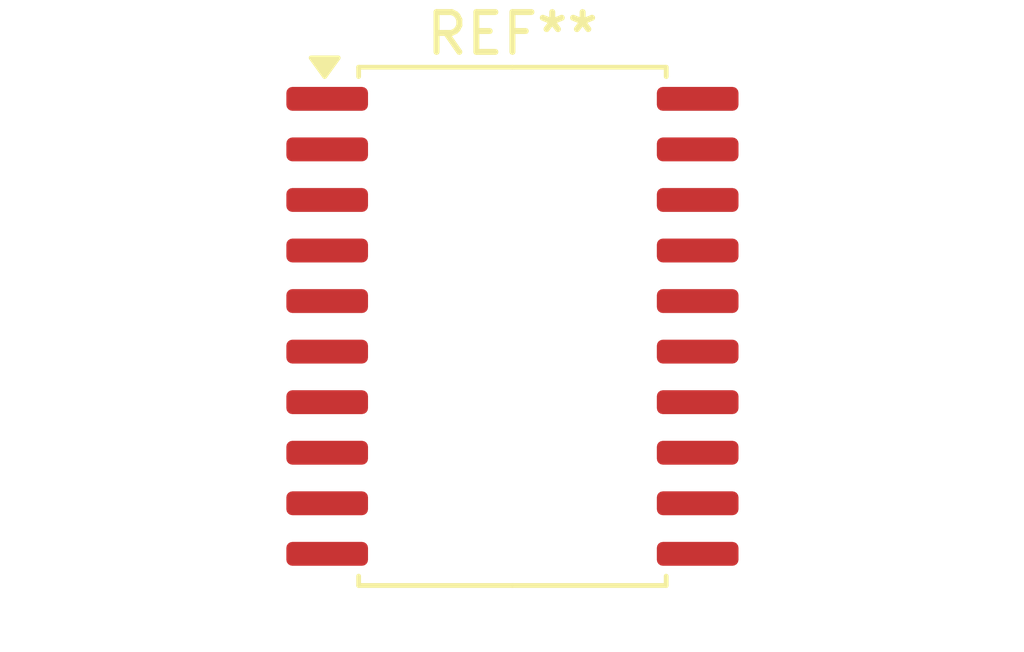
<source format=kicad_pcb>
(kicad_pcb (version 20240108) (generator "pcbnew") (generator_version "8.0")
  (layers (0 "F.Cu" signal) (31 "B.Cu" signal) (34 "B.Paste" user) (35 "F.Paste" user) (36 "B.SilkS" user "B.Silkscreen") (37 "F.SilkS" user "F.Silkscreen") (38 "B.Mask" user) (39 "F.Mask" user) (44 "Edge.Cuts" user))
  (net 0 "")
  (footprint "Package_SO:SOIC-20W_7.5x12.8mm_P1.27mm" (layer "F.Cu") (at 105 60)
    (property "Reference" "REF**" (at 0 -7.35 0) (layer "F.SilkS"))
    (property "Value" "SOIC-20W_7.5x12.8mm_P1.27mm")
    (fp_line (start -3.86 -6.51) (end -3.86 -6.275) (stroke (width 0.12)) (layer "F.SilkS"))
    (fp_line (start -3.86 6.51) (end -3.86 6.275) (stroke (width 0.12)) (layer "F.SilkS"))
    (fp_line (start 0 -6.51) (end -3.86 -6.51) (stroke (width 0.12)) (layer "F.SilkS"))
    (fp_line (start 0 -6.51) (end 3.86 -6.51) (stroke (width 0.12)) (layer "F.SilkS"))
    (fp_line (start 0 6.51) (end -3.86 6.51) (stroke (width 0.12)) (layer "F.SilkS"))
    (fp_line (start 0 6.51) (end 3.86 6.51) (stroke (width 0.12)) (layer "F.SilkS"))
    (fp_line (start 3.86 -6.51) (end 3.86 -6.275) (stroke (width 0.12)) (layer "F.SilkS"))
    (fp_line (start 3.86 6.51) (end 3.86 6.275) (stroke (width 0.12)) (layer "F.SilkS"))
    (fp_poly (pts (xy -4.7125 -6.275) (xy -5.0525 -6.745) (xy -4.3725 -6.745) (xy -4.7125 -6.275)) (stroke (width 0.12)) (fill solid) (layer "F.SilkS"))
    (pad "1" smd roundrect (at -4.65 -5.715) (size 2.05 0.6) (layers "F.Cu" "F.Paste" "F.Mask"))
    (pad "2" smd roundrect (at -4.65 -4.445) (size 2.05 0.6) (layers "F.Cu" "F.Paste" "F.Mask"))
    (pad "3" smd roundrect (at -4.65 -3.175) (size 2.05 0.6) (layers "F.Cu" "F.Paste" "F.Mask"))
    (pad "4" smd roundrect (at -4.65 -1.905) (size 2.05 0.6) (layers "F.Cu" "F.Paste" "F.Mask"))
    (pad "5" smd roundrect (at -4.65 -0.635) (size 2.05 0.6) (layers "F.Cu" "F.Paste" "F.Mask"))
    (pad "6" smd roundrect (at -4.65 0.635) (size 2.05 0.6) (layers "F.Cu" "F.Paste" "F.Mask"))
    (pad "7" smd roundrect (at -4.65 1.905) (size 2.05 0.6) (layers "F.Cu" "F.Paste" "F.Mask"))
    (pad "8" smd roundrect (at -4.65 3.175) (size 2.05 0.6) (layers "F.Cu" "F.Paste" "F.Mask"))
    (pad "9" smd roundrect (at -4.65 4.445) (size 2.05 0.6) (layers "F.Cu" "F.Paste" "F.Mask"))
    (pad "10" smd roundrect (at -4.65 5.715) (size 2.05 0.6) (layers "F.Cu" "F.Paste" "F.Mask"))
    (pad "11" smd roundrect (at 4.65 5.715) (size 2.05 0.6) (layers "F.Cu" "F.Paste" "F.Mask"))
    (pad "12" smd roundrect (at 4.65 4.445) (size 2.05 0.6) (layers "F.Cu" "F.Paste" "F.Mask"))
    (pad "13" smd roundrect (at 4.65 3.175) (size 2.05 0.6) (layers "F.Cu" "F.Paste" "F.Mask"))
    (pad "14" smd roundrect (at 4.65 1.905) (size 2.05 0.6) (layers "F.Cu" "F.Paste" "F.Mask"))
    (pad "15" smd roundrect (at 4.65 0.635) (size 2.05 0.6) (layers "F.Cu" "F.Paste" "F.Mask"))
    (pad "16" smd roundrect (at 4.65 -0.635) (size 2.05 0.6) (layers "F.Cu" "F.Paste" "F.Mask"))
    (pad "17" smd roundrect (at 4.65 -1.905) (size 2.05 0.6) (layers "F.Cu" "F.Paste" "F.Mask"))
    (pad "18" smd roundrect (at 4.65 -3.175) (size 2.05 0.6) (layers "F.Cu" "F.Paste" "F.Mask"))
    (pad "19" smd roundrect (at 4.65 -4.445) (size 2.05 0.6) (layers "F.Cu" "F.Paste" "F.Mask"))
    (pad "20" smd roundrect (at 4.65 -5.715) (size 2.05 0.6) (layers "F.Cu" "F.Paste" "F.Mask"))
  )
)
</source>
